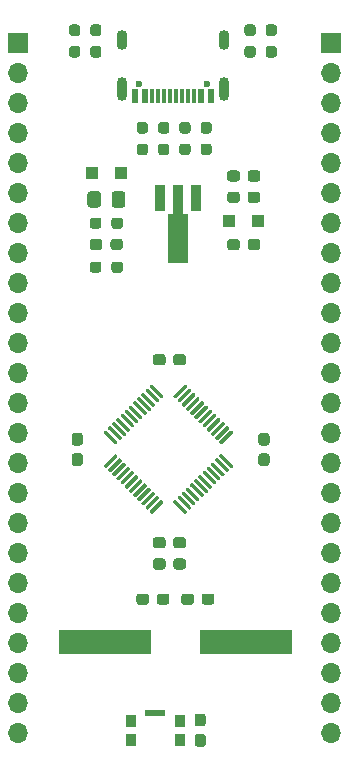
<source format=gts>
G04 #@! TF.GenerationSoftware,KiCad,Pcbnew,5.1.8+dfsg1-1~bpo10+1*
G04 #@! TF.CreationDate,2020-12-07T14:22:28+08:00*
G04 #@! TF.ProjectId,stm32-io-extend,73746d33-322d-4696-9f2d-657874656e64,rev?*
G04 #@! TF.SameCoordinates,PX7d21b10PY76ffde0*
G04 #@! TF.FileFunction,Soldermask,Top*
G04 #@! TF.FilePolarity,Negative*
%FSLAX46Y46*%
G04 Gerber Fmt 4.6, Leading zero omitted, Abs format (unit mm)*
G04 Created by KiCad (PCBNEW 5.1.8+dfsg1-1~bpo10+1) date 2020-12-07 14:22:28*
%MOMM*%
%LPD*%
G01*
G04 APERTURE LIST*
%ADD10C,0.100000*%
%ADD11R,0.900000X2.300000*%
%ADD12R,1.000000X1.000000*%
%ADD13R,7.875000X2.000000*%
%ADD14R,1.700000X0.550000*%
%ADD15R,0.900000X1.000000*%
%ADD16O,1.700000X1.700000*%
%ADD17R,1.700000X1.700000*%
%ADD18R,0.600000X1.160000*%
%ADD19C,0.600000*%
%ADD20R,0.300000X1.160000*%
%ADD21O,0.900000X1.700000*%
%ADD22O,0.900000X2.000000*%
G04 APERTURE END LIST*
D10*
G04 #@! TO.C,U1*
G36*
X14833500Y42100000D02*
G01*
X14833500Y46225000D01*
X15250000Y46225000D01*
X15250000Y48700000D01*
X16150000Y48700000D01*
X16150000Y46225000D01*
X16566500Y46225000D01*
X16566500Y42100000D01*
X14833500Y42100000D01*
G37*
D11*
X14200000Y47550000D03*
X17200000Y47550000D03*
G04 #@! TD*
D12*
G04 #@! TO.C,D3*
X20030000Y45610000D03*
X22530000Y45610000D03*
G04 #@! TD*
G04 #@! TO.C,D1*
X10900000Y49650000D03*
X8400000Y49650000D03*
G04 #@! TD*
D13*
G04 #@! TO.C,Y1*
X9562500Y9950000D03*
X21437500Y9950000D03*
G04 #@! TD*
G04 #@! TO.C,U2*
G36*
G01*
X14475736Y21774516D02*
X13538820Y20837600D01*
G75*
G02*
X13432754Y20837600I-53033J53033D01*
G01*
X13326688Y20943666D01*
G75*
G02*
X13326688Y21049732I53033J53033D01*
G01*
X14263604Y21986648D01*
G75*
G02*
X14369670Y21986648I53033J-53033D01*
G01*
X14475736Y21880582D01*
G75*
G02*
X14475736Y21774516I-53033J-53033D01*
G01*
G37*
G36*
G01*
X14122182Y22128070D02*
X13185266Y21191154D01*
G75*
G02*
X13079200Y21191154I-53033J53033D01*
G01*
X12973134Y21297220D01*
G75*
G02*
X12973134Y21403286I53033J53033D01*
G01*
X13910050Y22340202D01*
G75*
G02*
X14016116Y22340202I53033J-53033D01*
G01*
X14122182Y22234136D01*
G75*
G02*
X14122182Y22128070I-53033J-53033D01*
G01*
G37*
G36*
G01*
X13768629Y22481623D02*
X12831713Y21544707D01*
G75*
G02*
X12725647Y21544707I-53033J53033D01*
G01*
X12619581Y21650773D01*
G75*
G02*
X12619581Y21756839I53033J53033D01*
G01*
X13556497Y22693755D01*
G75*
G02*
X13662563Y22693755I53033J-53033D01*
G01*
X13768629Y22587689D01*
G75*
G02*
X13768629Y22481623I-53033J-53033D01*
G01*
G37*
G36*
G01*
X13415075Y22835177D02*
X12478159Y21898261D01*
G75*
G02*
X12372093Y21898261I-53033J53033D01*
G01*
X12266027Y22004327D01*
G75*
G02*
X12266027Y22110393I53033J53033D01*
G01*
X13202943Y23047309D01*
G75*
G02*
X13309009Y23047309I53033J-53033D01*
G01*
X13415075Y22941243D01*
G75*
G02*
X13415075Y22835177I-53033J-53033D01*
G01*
G37*
G36*
G01*
X13061522Y23188730D02*
X12124606Y22251814D01*
G75*
G02*
X12018540Y22251814I-53033J53033D01*
G01*
X11912474Y22357880D01*
G75*
G02*
X11912474Y22463946I53033J53033D01*
G01*
X12849390Y23400862D01*
G75*
G02*
X12955456Y23400862I53033J-53033D01*
G01*
X13061522Y23294796D01*
G75*
G02*
X13061522Y23188730I-53033J-53033D01*
G01*
G37*
G36*
G01*
X12707969Y23542283D02*
X11771053Y22605367D01*
G75*
G02*
X11664987Y22605367I-53033J53033D01*
G01*
X11558921Y22711433D01*
G75*
G02*
X11558921Y22817499I53033J53033D01*
G01*
X12495837Y23754415D01*
G75*
G02*
X12601903Y23754415I53033J-53033D01*
G01*
X12707969Y23648349D01*
G75*
G02*
X12707969Y23542283I-53033J-53033D01*
G01*
G37*
G36*
G01*
X12354415Y23895837D02*
X11417499Y22958921D01*
G75*
G02*
X11311433Y22958921I-53033J53033D01*
G01*
X11205367Y23064987D01*
G75*
G02*
X11205367Y23171053I53033J53033D01*
G01*
X12142283Y24107969D01*
G75*
G02*
X12248349Y24107969I53033J-53033D01*
G01*
X12354415Y24001903D01*
G75*
G02*
X12354415Y23895837I-53033J-53033D01*
G01*
G37*
G36*
G01*
X12000862Y24249390D02*
X11063946Y23312474D01*
G75*
G02*
X10957880Y23312474I-53033J53033D01*
G01*
X10851814Y23418540D01*
G75*
G02*
X10851814Y23524606I53033J53033D01*
G01*
X11788730Y24461522D01*
G75*
G02*
X11894796Y24461522I53033J-53033D01*
G01*
X12000862Y24355456D01*
G75*
G02*
X12000862Y24249390I-53033J-53033D01*
G01*
G37*
G36*
G01*
X11647309Y24602943D02*
X10710393Y23666027D01*
G75*
G02*
X10604327Y23666027I-53033J53033D01*
G01*
X10498261Y23772093D01*
G75*
G02*
X10498261Y23878159I53033J53033D01*
G01*
X11435177Y24815075D01*
G75*
G02*
X11541243Y24815075I53033J-53033D01*
G01*
X11647309Y24709009D01*
G75*
G02*
X11647309Y24602943I-53033J-53033D01*
G01*
G37*
G36*
G01*
X11293755Y24956497D02*
X10356839Y24019581D01*
G75*
G02*
X10250773Y24019581I-53033J53033D01*
G01*
X10144707Y24125647D01*
G75*
G02*
X10144707Y24231713I53033J53033D01*
G01*
X11081623Y25168629D01*
G75*
G02*
X11187689Y25168629I53033J-53033D01*
G01*
X11293755Y25062563D01*
G75*
G02*
X11293755Y24956497I-53033J-53033D01*
G01*
G37*
G36*
G01*
X10940202Y25310050D02*
X10003286Y24373134D01*
G75*
G02*
X9897220Y24373134I-53033J53033D01*
G01*
X9791154Y24479200D01*
G75*
G02*
X9791154Y24585266I53033J53033D01*
G01*
X10728070Y25522182D01*
G75*
G02*
X10834136Y25522182I53033J-53033D01*
G01*
X10940202Y25416116D01*
G75*
G02*
X10940202Y25310050I-53033J-53033D01*
G01*
G37*
G36*
G01*
X10586648Y25663604D02*
X9649732Y24726688D01*
G75*
G02*
X9543666Y24726688I-53033J53033D01*
G01*
X9437600Y24832754D01*
G75*
G02*
X9437600Y24938820I53033J53033D01*
G01*
X10374516Y25875736D01*
G75*
G02*
X10480582Y25875736I53033J-53033D01*
G01*
X10586648Y25769670D01*
G75*
G02*
X10586648Y25663604I-53033J-53033D01*
G01*
G37*
G36*
G01*
X10586648Y26830330D02*
X10480582Y26724264D01*
G75*
G02*
X10374516Y26724264I-53033J53033D01*
G01*
X9437600Y27661180D01*
G75*
G02*
X9437600Y27767246I53033J53033D01*
G01*
X9543666Y27873312D01*
G75*
G02*
X9649732Y27873312I53033J-53033D01*
G01*
X10586648Y26936396D01*
G75*
G02*
X10586648Y26830330I-53033J-53033D01*
G01*
G37*
G36*
G01*
X10940202Y27183884D02*
X10834136Y27077818D01*
G75*
G02*
X10728070Y27077818I-53033J53033D01*
G01*
X9791154Y28014734D01*
G75*
G02*
X9791154Y28120800I53033J53033D01*
G01*
X9897220Y28226866D01*
G75*
G02*
X10003286Y28226866I53033J-53033D01*
G01*
X10940202Y27289950D01*
G75*
G02*
X10940202Y27183884I-53033J-53033D01*
G01*
G37*
G36*
G01*
X11293755Y27537437D02*
X11187689Y27431371D01*
G75*
G02*
X11081623Y27431371I-53033J53033D01*
G01*
X10144707Y28368287D01*
G75*
G02*
X10144707Y28474353I53033J53033D01*
G01*
X10250773Y28580419D01*
G75*
G02*
X10356839Y28580419I53033J-53033D01*
G01*
X11293755Y27643503D01*
G75*
G02*
X11293755Y27537437I-53033J-53033D01*
G01*
G37*
G36*
G01*
X11647309Y27890991D02*
X11541243Y27784925D01*
G75*
G02*
X11435177Y27784925I-53033J53033D01*
G01*
X10498261Y28721841D01*
G75*
G02*
X10498261Y28827907I53033J53033D01*
G01*
X10604327Y28933973D01*
G75*
G02*
X10710393Y28933973I53033J-53033D01*
G01*
X11647309Y27997057D01*
G75*
G02*
X11647309Y27890991I-53033J-53033D01*
G01*
G37*
G36*
G01*
X12000862Y28244544D02*
X11894796Y28138478D01*
G75*
G02*
X11788730Y28138478I-53033J53033D01*
G01*
X10851814Y29075394D01*
G75*
G02*
X10851814Y29181460I53033J53033D01*
G01*
X10957880Y29287526D01*
G75*
G02*
X11063946Y29287526I53033J-53033D01*
G01*
X12000862Y28350610D01*
G75*
G02*
X12000862Y28244544I-53033J-53033D01*
G01*
G37*
G36*
G01*
X12354415Y28598097D02*
X12248349Y28492031D01*
G75*
G02*
X12142283Y28492031I-53033J53033D01*
G01*
X11205367Y29428947D01*
G75*
G02*
X11205367Y29535013I53033J53033D01*
G01*
X11311433Y29641079D01*
G75*
G02*
X11417499Y29641079I53033J-53033D01*
G01*
X12354415Y28704163D01*
G75*
G02*
X12354415Y28598097I-53033J-53033D01*
G01*
G37*
G36*
G01*
X12707969Y28951651D02*
X12601903Y28845585D01*
G75*
G02*
X12495837Y28845585I-53033J53033D01*
G01*
X11558921Y29782501D01*
G75*
G02*
X11558921Y29888567I53033J53033D01*
G01*
X11664987Y29994633D01*
G75*
G02*
X11771053Y29994633I53033J-53033D01*
G01*
X12707969Y29057717D01*
G75*
G02*
X12707969Y28951651I-53033J-53033D01*
G01*
G37*
G36*
G01*
X13061522Y29305204D02*
X12955456Y29199138D01*
G75*
G02*
X12849390Y29199138I-53033J53033D01*
G01*
X11912474Y30136054D01*
G75*
G02*
X11912474Y30242120I53033J53033D01*
G01*
X12018540Y30348186D01*
G75*
G02*
X12124606Y30348186I53033J-53033D01*
G01*
X13061522Y29411270D01*
G75*
G02*
X13061522Y29305204I-53033J-53033D01*
G01*
G37*
G36*
G01*
X13415075Y29658757D02*
X13309009Y29552691D01*
G75*
G02*
X13202943Y29552691I-53033J53033D01*
G01*
X12266027Y30489607D01*
G75*
G02*
X12266027Y30595673I53033J53033D01*
G01*
X12372093Y30701739D01*
G75*
G02*
X12478159Y30701739I53033J-53033D01*
G01*
X13415075Y29764823D01*
G75*
G02*
X13415075Y29658757I-53033J-53033D01*
G01*
G37*
G36*
G01*
X13768629Y30012311D02*
X13662563Y29906245D01*
G75*
G02*
X13556497Y29906245I-53033J53033D01*
G01*
X12619581Y30843161D01*
G75*
G02*
X12619581Y30949227I53033J53033D01*
G01*
X12725647Y31055293D01*
G75*
G02*
X12831713Y31055293I53033J-53033D01*
G01*
X13768629Y30118377D01*
G75*
G02*
X13768629Y30012311I-53033J-53033D01*
G01*
G37*
G36*
G01*
X14122182Y30365864D02*
X14016116Y30259798D01*
G75*
G02*
X13910050Y30259798I-53033J53033D01*
G01*
X12973134Y31196714D01*
G75*
G02*
X12973134Y31302780I53033J53033D01*
G01*
X13079200Y31408846D01*
G75*
G02*
X13185266Y31408846I53033J-53033D01*
G01*
X14122182Y30471930D01*
G75*
G02*
X14122182Y30365864I-53033J-53033D01*
G01*
G37*
G36*
G01*
X14475736Y30719418D02*
X14369670Y30613352D01*
G75*
G02*
X14263604Y30613352I-53033J53033D01*
G01*
X13326688Y31550268D01*
G75*
G02*
X13326688Y31656334I53033J53033D01*
G01*
X13432754Y31762400D01*
G75*
G02*
X13538820Y31762400I53033J-53033D01*
G01*
X14475736Y30825484D01*
G75*
G02*
X14475736Y30719418I-53033J-53033D01*
G01*
G37*
G36*
G01*
X16473312Y31550268D02*
X15536396Y30613352D01*
G75*
G02*
X15430330Y30613352I-53033J53033D01*
G01*
X15324264Y30719418D01*
G75*
G02*
X15324264Y30825484I53033J53033D01*
G01*
X16261180Y31762400D01*
G75*
G02*
X16367246Y31762400I53033J-53033D01*
G01*
X16473312Y31656334D01*
G75*
G02*
X16473312Y31550268I-53033J-53033D01*
G01*
G37*
G36*
G01*
X16826866Y31196714D02*
X15889950Y30259798D01*
G75*
G02*
X15783884Y30259798I-53033J53033D01*
G01*
X15677818Y30365864D01*
G75*
G02*
X15677818Y30471930I53033J53033D01*
G01*
X16614734Y31408846D01*
G75*
G02*
X16720800Y31408846I53033J-53033D01*
G01*
X16826866Y31302780D01*
G75*
G02*
X16826866Y31196714I-53033J-53033D01*
G01*
G37*
G36*
G01*
X17180419Y30843161D02*
X16243503Y29906245D01*
G75*
G02*
X16137437Y29906245I-53033J53033D01*
G01*
X16031371Y30012311D01*
G75*
G02*
X16031371Y30118377I53033J53033D01*
G01*
X16968287Y31055293D01*
G75*
G02*
X17074353Y31055293I53033J-53033D01*
G01*
X17180419Y30949227D01*
G75*
G02*
X17180419Y30843161I-53033J-53033D01*
G01*
G37*
G36*
G01*
X17533973Y30489607D02*
X16597057Y29552691D01*
G75*
G02*
X16490991Y29552691I-53033J53033D01*
G01*
X16384925Y29658757D01*
G75*
G02*
X16384925Y29764823I53033J53033D01*
G01*
X17321841Y30701739D01*
G75*
G02*
X17427907Y30701739I53033J-53033D01*
G01*
X17533973Y30595673D01*
G75*
G02*
X17533973Y30489607I-53033J-53033D01*
G01*
G37*
G36*
G01*
X17887526Y30136054D02*
X16950610Y29199138D01*
G75*
G02*
X16844544Y29199138I-53033J53033D01*
G01*
X16738478Y29305204D01*
G75*
G02*
X16738478Y29411270I53033J53033D01*
G01*
X17675394Y30348186D01*
G75*
G02*
X17781460Y30348186I53033J-53033D01*
G01*
X17887526Y30242120D01*
G75*
G02*
X17887526Y30136054I-53033J-53033D01*
G01*
G37*
G36*
G01*
X18241079Y29782501D02*
X17304163Y28845585D01*
G75*
G02*
X17198097Y28845585I-53033J53033D01*
G01*
X17092031Y28951651D01*
G75*
G02*
X17092031Y29057717I53033J53033D01*
G01*
X18028947Y29994633D01*
G75*
G02*
X18135013Y29994633I53033J-53033D01*
G01*
X18241079Y29888567D01*
G75*
G02*
X18241079Y29782501I-53033J-53033D01*
G01*
G37*
G36*
G01*
X18594633Y29428947D02*
X17657717Y28492031D01*
G75*
G02*
X17551651Y28492031I-53033J53033D01*
G01*
X17445585Y28598097D01*
G75*
G02*
X17445585Y28704163I53033J53033D01*
G01*
X18382501Y29641079D01*
G75*
G02*
X18488567Y29641079I53033J-53033D01*
G01*
X18594633Y29535013D01*
G75*
G02*
X18594633Y29428947I-53033J-53033D01*
G01*
G37*
G36*
G01*
X18948186Y29075394D02*
X18011270Y28138478D01*
G75*
G02*
X17905204Y28138478I-53033J53033D01*
G01*
X17799138Y28244544D01*
G75*
G02*
X17799138Y28350610I53033J53033D01*
G01*
X18736054Y29287526D01*
G75*
G02*
X18842120Y29287526I53033J-53033D01*
G01*
X18948186Y29181460D01*
G75*
G02*
X18948186Y29075394I-53033J-53033D01*
G01*
G37*
G36*
G01*
X19301739Y28721841D02*
X18364823Y27784925D01*
G75*
G02*
X18258757Y27784925I-53033J53033D01*
G01*
X18152691Y27890991D01*
G75*
G02*
X18152691Y27997057I53033J53033D01*
G01*
X19089607Y28933973D01*
G75*
G02*
X19195673Y28933973I53033J-53033D01*
G01*
X19301739Y28827907D01*
G75*
G02*
X19301739Y28721841I-53033J-53033D01*
G01*
G37*
G36*
G01*
X19655293Y28368287D02*
X18718377Y27431371D01*
G75*
G02*
X18612311Y27431371I-53033J53033D01*
G01*
X18506245Y27537437D01*
G75*
G02*
X18506245Y27643503I53033J53033D01*
G01*
X19443161Y28580419D01*
G75*
G02*
X19549227Y28580419I53033J-53033D01*
G01*
X19655293Y28474353D01*
G75*
G02*
X19655293Y28368287I-53033J-53033D01*
G01*
G37*
G36*
G01*
X20008846Y28014734D02*
X19071930Y27077818D01*
G75*
G02*
X18965864Y27077818I-53033J53033D01*
G01*
X18859798Y27183884D01*
G75*
G02*
X18859798Y27289950I53033J53033D01*
G01*
X19796714Y28226866D01*
G75*
G02*
X19902780Y28226866I53033J-53033D01*
G01*
X20008846Y28120800D01*
G75*
G02*
X20008846Y28014734I-53033J-53033D01*
G01*
G37*
G36*
G01*
X20362400Y27661180D02*
X19425484Y26724264D01*
G75*
G02*
X19319418Y26724264I-53033J53033D01*
G01*
X19213352Y26830330D01*
G75*
G02*
X19213352Y26936396I53033J53033D01*
G01*
X20150268Y27873312D01*
G75*
G02*
X20256334Y27873312I53033J-53033D01*
G01*
X20362400Y27767246D01*
G75*
G02*
X20362400Y27661180I-53033J-53033D01*
G01*
G37*
G36*
G01*
X20362400Y24832754D02*
X20256334Y24726688D01*
G75*
G02*
X20150268Y24726688I-53033J53033D01*
G01*
X19213352Y25663604D01*
G75*
G02*
X19213352Y25769670I53033J53033D01*
G01*
X19319418Y25875736D01*
G75*
G02*
X19425484Y25875736I53033J-53033D01*
G01*
X20362400Y24938820D01*
G75*
G02*
X20362400Y24832754I-53033J-53033D01*
G01*
G37*
G36*
G01*
X20008846Y24479200D02*
X19902780Y24373134D01*
G75*
G02*
X19796714Y24373134I-53033J53033D01*
G01*
X18859798Y25310050D01*
G75*
G02*
X18859798Y25416116I53033J53033D01*
G01*
X18965864Y25522182D01*
G75*
G02*
X19071930Y25522182I53033J-53033D01*
G01*
X20008846Y24585266D01*
G75*
G02*
X20008846Y24479200I-53033J-53033D01*
G01*
G37*
G36*
G01*
X19655293Y24125647D02*
X19549227Y24019581D01*
G75*
G02*
X19443161Y24019581I-53033J53033D01*
G01*
X18506245Y24956497D01*
G75*
G02*
X18506245Y25062563I53033J53033D01*
G01*
X18612311Y25168629D01*
G75*
G02*
X18718377Y25168629I53033J-53033D01*
G01*
X19655293Y24231713D01*
G75*
G02*
X19655293Y24125647I-53033J-53033D01*
G01*
G37*
G36*
G01*
X19301739Y23772093D02*
X19195673Y23666027D01*
G75*
G02*
X19089607Y23666027I-53033J53033D01*
G01*
X18152691Y24602943D01*
G75*
G02*
X18152691Y24709009I53033J53033D01*
G01*
X18258757Y24815075D01*
G75*
G02*
X18364823Y24815075I53033J-53033D01*
G01*
X19301739Y23878159D01*
G75*
G02*
X19301739Y23772093I-53033J-53033D01*
G01*
G37*
G36*
G01*
X18948186Y23418540D02*
X18842120Y23312474D01*
G75*
G02*
X18736054Y23312474I-53033J53033D01*
G01*
X17799138Y24249390D01*
G75*
G02*
X17799138Y24355456I53033J53033D01*
G01*
X17905204Y24461522D01*
G75*
G02*
X18011270Y24461522I53033J-53033D01*
G01*
X18948186Y23524606D01*
G75*
G02*
X18948186Y23418540I-53033J-53033D01*
G01*
G37*
G36*
G01*
X18594633Y23064987D02*
X18488567Y22958921D01*
G75*
G02*
X18382501Y22958921I-53033J53033D01*
G01*
X17445585Y23895837D01*
G75*
G02*
X17445585Y24001903I53033J53033D01*
G01*
X17551651Y24107969D01*
G75*
G02*
X17657717Y24107969I53033J-53033D01*
G01*
X18594633Y23171053D01*
G75*
G02*
X18594633Y23064987I-53033J-53033D01*
G01*
G37*
G36*
G01*
X18241079Y22711433D02*
X18135013Y22605367D01*
G75*
G02*
X18028947Y22605367I-53033J53033D01*
G01*
X17092031Y23542283D01*
G75*
G02*
X17092031Y23648349I53033J53033D01*
G01*
X17198097Y23754415D01*
G75*
G02*
X17304163Y23754415I53033J-53033D01*
G01*
X18241079Y22817499D01*
G75*
G02*
X18241079Y22711433I-53033J-53033D01*
G01*
G37*
G36*
G01*
X17887526Y22357880D02*
X17781460Y22251814D01*
G75*
G02*
X17675394Y22251814I-53033J53033D01*
G01*
X16738478Y23188730D01*
G75*
G02*
X16738478Y23294796I53033J53033D01*
G01*
X16844544Y23400862D01*
G75*
G02*
X16950610Y23400862I53033J-53033D01*
G01*
X17887526Y22463946D01*
G75*
G02*
X17887526Y22357880I-53033J-53033D01*
G01*
G37*
G36*
G01*
X17533973Y22004327D02*
X17427907Y21898261D01*
G75*
G02*
X17321841Y21898261I-53033J53033D01*
G01*
X16384925Y22835177D01*
G75*
G02*
X16384925Y22941243I53033J53033D01*
G01*
X16490991Y23047309D01*
G75*
G02*
X16597057Y23047309I53033J-53033D01*
G01*
X17533973Y22110393D01*
G75*
G02*
X17533973Y22004327I-53033J-53033D01*
G01*
G37*
G36*
G01*
X17180419Y21650773D02*
X17074353Y21544707D01*
G75*
G02*
X16968287Y21544707I-53033J53033D01*
G01*
X16031371Y22481623D01*
G75*
G02*
X16031371Y22587689I53033J53033D01*
G01*
X16137437Y22693755D01*
G75*
G02*
X16243503Y22693755I53033J-53033D01*
G01*
X17180419Y21756839D01*
G75*
G02*
X17180419Y21650773I-53033J-53033D01*
G01*
G37*
G36*
G01*
X16826866Y21297220D02*
X16720800Y21191154D01*
G75*
G02*
X16614734Y21191154I-53033J53033D01*
G01*
X15677818Y22128070D01*
G75*
G02*
X15677818Y22234136I53033J53033D01*
G01*
X15783884Y22340202D01*
G75*
G02*
X15889950Y22340202I53033J-53033D01*
G01*
X16826866Y21403286D01*
G75*
G02*
X16826866Y21297220I-53033J-53033D01*
G01*
G37*
G36*
G01*
X16473312Y20943666D02*
X16367246Y20837600D01*
G75*
G02*
X16261180Y20837600I-53033J53033D01*
G01*
X15324264Y21774516D01*
G75*
G02*
X15324264Y21880582I53033J53033D01*
G01*
X15430330Y21986648D01*
G75*
G02*
X15536396Y21986648I53033J-53033D01*
G01*
X16473312Y21049732D01*
G75*
G02*
X16473312Y20943666I-53033J-53033D01*
G01*
G37*
G04 #@! TD*
D14*
G04 #@! TO.C,SW1*
X13800000Y3925000D03*
D15*
X11750000Y3300000D03*
X11750000Y1700000D03*
X15850000Y3300000D03*
X15850000Y1700000D03*
G04 #@! TD*
G04 #@! TO.C,R10*
G36*
G01*
X10075000Y41472500D02*
X10075000Y41947500D01*
G75*
G02*
X10312500Y42185000I237500J0D01*
G01*
X10812500Y42185000D01*
G75*
G02*
X11050000Y41947500I0J-237500D01*
G01*
X11050000Y41472500D01*
G75*
G02*
X10812500Y41235000I-237500J0D01*
G01*
X10312500Y41235000D01*
G75*
G02*
X10075000Y41472500I0J237500D01*
G01*
G37*
G36*
G01*
X8250000Y41472500D02*
X8250000Y41947500D01*
G75*
G02*
X8487500Y42185000I237500J0D01*
G01*
X8987500Y42185000D01*
G75*
G02*
X9225000Y41947500I0J-237500D01*
G01*
X9225000Y41472500D01*
G75*
G02*
X8987500Y41235000I-237500J0D01*
G01*
X8487500Y41235000D01*
G75*
G02*
X8250000Y41472500I0J237500D01*
G01*
G37*
G04 #@! TD*
G04 #@! TO.C,R9*
G36*
G01*
X21582500Y60435000D02*
X22057500Y60435000D01*
G75*
G02*
X22295000Y60197500I0J-237500D01*
G01*
X22295000Y59697500D01*
G75*
G02*
X22057500Y59460000I-237500J0D01*
G01*
X21582500Y59460000D01*
G75*
G02*
X21345000Y59697500I0J237500D01*
G01*
X21345000Y60197500D01*
G75*
G02*
X21582500Y60435000I237500J0D01*
G01*
G37*
G36*
G01*
X21582500Y62260000D02*
X22057500Y62260000D01*
G75*
G02*
X22295000Y62022500I0J-237500D01*
G01*
X22295000Y61522500D01*
G75*
G02*
X22057500Y61285000I-237500J0D01*
G01*
X21582500Y61285000D01*
G75*
G02*
X21345000Y61522500I0J237500D01*
G01*
X21345000Y62022500D01*
G75*
G02*
X21582500Y62260000I237500J0D01*
G01*
G37*
G04 #@! TD*
G04 #@! TO.C,R8*
G36*
G01*
X23382500Y60435000D02*
X23857500Y60435000D01*
G75*
G02*
X24095000Y60197500I0J-237500D01*
G01*
X24095000Y59697500D01*
G75*
G02*
X23857500Y59460000I-237500J0D01*
G01*
X23382500Y59460000D01*
G75*
G02*
X23145000Y59697500I0J237500D01*
G01*
X23145000Y60197500D01*
G75*
G02*
X23382500Y60435000I237500J0D01*
G01*
G37*
G36*
G01*
X23382500Y62260000D02*
X23857500Y62260000D01*
G75*
G02*
X24095000Y62022500I0J-237500D01*
G01*
X24095000Y61522500D01*
G75*
G02*
X23857500Y61285000I-237500J0D01*
G01*
X23382500Y61285000D01*
G75*
G02*
X23145000Y61522500I0J237500D01*
G01*
X23145000Y62022500D01*
G75*
G02*
X23382500Y62260000I237500J0D01*
G01*
G37*
G04 #@! TD*
G04 #@! TO.C,R7*
G36*
G01*
X8997500Y61285000D02*
X8522500Y61285000D01*
G75*
G02*
X8285000Y61522500I0J237500D01*
G01*
X8285000Y62022500D01*
G75*
G02*
X8522500Y62260000I237500J0D01*
G01*
X8997500Y62260000D01*
G75*
G02*
X9235000Y62022500I0J-237500D01*
G01*
X9235000Y61522500D01*
G75*
G02*
X8997500Y61285000I-237500J0D01*
G01*
G37*
G36*
G01*
X8997500Y59460000D02*
X8522500Y59460000D01*
G75*
G02*
X8285000Y59697500I0J237500D01*
G01*
X8285000Y60197500D01*
G75*
G02*
X8522500Y60435000I237500J0D01*
G01*
X8997500Y60435000D01*
G75*
G02*
X9235000Y60197500I0J-237500D01*
G01*
X9235000Y59697500D01*
G75*
G02*
X8997500Y59460000I-237500J0D01*
G01*
G37*
G04 #@! TD*
G04 #@! TO.C,R6*
G36*
G01*
X6722500Y60435000D02*
X7197500Y60435000D01*
G75*
G02*
X7435000Y60197500I0J-237500D01*
G01*
X7435000Y59697500D01*
G75*
G02*
X7197500Y59460000I-237500J0D01*
G01*
X6722500Y59460000D01*
G75*
G02*
X6485000Y59697500I0J237500D01*
G01*
X6485000Y60197500D01*
G75*
G02*
X6722500Y60435000I237500J0D01*
G01*
G37*
G36*
G01*
X6722500Y62260000D02*
X7197500Y62260000D01*
G75*
G02*
X7435000Y62022500I0J-237500D01*
G01*
X7435000Y61522500D01*
G75*
G02*
X7197500Y61285000I-237500J0D01*
G01*
X6722500Y61285000D01*
G75*
G02*
X6485000Y61522500I0J237500D01*
G01*
X6485000Y62022500D01*
G75*
G02*
X6722500Y62260000I237500J0D01*
G01*
G37*
G04 #@! TD*
G04 #@! TO.C,R5*
G36*
G01*
X9225000Y45667500D02*
X9225000Y45192500D01*
G75*
G02*
X8987500Y44955000I-237500J0D01*
G01*
X8487500Y44955000D01*
G75*
G02*
X8250000Y45192500I0J237500D01*
G01*
X8250000Y45667500D01*
G75*
G02*
X8487500Y45905000I237500J0D01*
G01*
X8987500Y45905000D01*
G75*
G02*
X9225000Y45667500I0J-237500D01*
G01*
G37*
G36*
G01*
X11050000Y45667500D02*
X11050000Y45192500D01*
G75*
G02*
X10812500Y44955000I-237500J0D01*
G01*
X10312500Y44955000D01*
G75*
G02*
X10075000Y45192500I0J237500D01*
G01*
X10075000Y45667500D01*
G75*
G02*
X10312500Y45905000I237500J0D01*
G01*
X10812500Y45905000D01*
G75*
G02*
X11050000Y45667500I0J-237500D01*
G01*
G37*
G04 #@! TD*
G04 #@! TO.C,R4*
G36*
G01*
X14737500Y53025000D02*
X14262500Y53025000D01*
G75*
G02*
X14025000Y53262500I0J237500D01*
G01*
X14025000Y53762500D01*
G75*
G02*
X14262500Y54000000I237500J0D01*
G01*
X14737500Y54000000D01*
G75*
G02*
X14975000Y53762500I0J-237500D01*
G01*
X14975000Y53262500D01*
G75*
G02*
X14737500Y53025000I-237500J0D01*
G01*
G37*
G36*
G01*
X14737500Y51200000D02*
X14262500Y51200000D01*
G75*
G02*
X14025000Y51437500I0J237500D01*
G01*
X14025000Y51937500D01*
G75*
G02*
X14262500Y52175000I237500J0D01*
G01*
X14737500Y52175000D01*
G75*
G02*
X14975000Y51937500I0J-237500D01*
G01*
X14975000Y51437500D01*
G75*
G02*
X14737500Y51200000I-237500J0D01*
G01*
G37*
G04 #@! TD*
G04 #@! TO.C,R3*
G36*
G01*
X16537500Y53025000D02*
X16062500Y53025000D01*
G75*
G02*
X15825000Y53262500I0J237500D01*
G01*
X15825000Y53762500D01*
G75*
G02*
X16062500Y54000000I237500J0D01*
G01*
X16537500Y54000000D01*
G75*
G02*
X16775000Y53762500I0J-237500D01*
G01*
X16775000Y53262500D01*
G75*
G02*
X16537500Y53025000I-237500J0D01*
G01*
G37*
G36*
G01*
X16537500Y51200000D02*
X16062500Y51200000D01*
G75*
G02*
X15825000Y51437500I0J237500D01*
G01*
X15825000Y51937500D01*
G75*
G02*
X16062500Y52175000I237500J0D01*
G01*
X16537500Y52175000D01*
G75*
G02*
X16775000Y51937500I0J-237500D01*
G01*
X16775000Y51437500D01*
G75*
G02*
X16537500Y51200000I-237500J0D01*
G01*
G37*
G04 #@! TD*
G04 #@! TO.C,R2*
G36*
G01*
X12462500Y52175000D02*
X12937500Y52175000D01*
G75*
G02*
X13175000Y51937500I0J-237500D01*
G01*
X13175000Y51437500D01*
G75*
G02*
X12937500Y51200000I-237500J0D01*
G01*
X12462500Y51200000D01*
G75*
G02*
X12225000Y51437500I0J237500D01*
G01*
X12225000Y51937500D01*
G75*
G02*
X12462500Y52175000I237500J0D01*
G01*
G37*
G36*
G01*
X12462500Y54000000D02*
X12937500Y54000000D01*
G75*
G02*
X13175000Y53762500I0J-237500D01*
G01*
X13175000Y53262500D01*
G75*
G02*
X12937500Y53025000I-237500J0D01*
G01*
X12462500Y53025000D01*
G75*
G02*
X12225000Y53262500I0J237500D01*
G01*
X12225000Y53762500D01*
G75*
G02*
X12462500Y54000000I237500J0D01*
G01*
G37*
G04 #@! TD*
G04 #@! TO.C,R1*
G36*
G01*
X18337500Y53025000D02*
X17862500Y53025000D01*
G75*
G02*
X17625000Y53262500I0J237500D01*
G01*
X17625000Y53762500D01*
G75*
G02*
X17862500Y54000000I237500J0D01*
G01*
X18337500Y54000000D01*
G75*
G02*
X18575000Y53762500I0J-237500D01*
G01*
X18575000Y53262500D01*
G75*
G02*
X18337500Y53025000I-237500J0D01*
G01*
G37*
G36*
G01*
X18337500Y51200000D02*
X17862500Y51200000D01*
G75*
G02*
X17625000Y51437500I0J237500D01*
G01*
X17625000Y51937500D01*
G75*
G02*
X17862500Y52175000I237500J0D01*
G01*
X18337500Y52175000D01*
G75*
G02*
X18575000Y51937500I0J-237500D01*
G01*
X18575000Y51437500D01*
G75*
G02*
X18337500Y51200000I-237500J0D01*
G01*
G37*
G04 #@! TD*
D16*
G04 #@! TO.C,J3*
X28700000Y2280000D03*
X28700000Y4820000D03*
X28700000Y7360000D03*
X28700000Y9900000D03*
X28700000Y12440000D03*
X28700000Y14980000D03*
X28700000Y17520000D03*
X28700000Y20060000D03*
X28700000Y22600000D03*
X28700000Y25140000D03*
X28700000Y27680000D03*
X28700000Y30220000D03*
X28700000Y32760000D03*
X28700000Y35300000D03*
X28700000Y37840000D03*
X28700000Y40380000D03*
X28700000Y42920000D03*
X28700000Y45460000D03*
X28700000Y48000000D03*
X28700000Y50540000D03*
X28700000Y53080000D03*
X28700000Y55620000D03*
X28700000Y58160000D03*
D17*
X28700000Y60700000D03*
G04 #@! TD*
D16*
G04 #@! TO.C,J2*
X2200000Y2280000D03*
X2200000Y4820000D03*
X2200000Y7360000D03*
X2200000Y9900000D03*
X2200000Y12440000D03*
X2200000Y14980000D03*
X2200000Y17520000D03*
X2200000Y20060000D03*
X2200000Y22600000D03*
X2200000Y25140000D03*
X2200000Y27680000D03*
X2200000Y30220000D03*
X2200000Y32760000D03*
X2200000Y35300000D03*
X2200000Y37840000D03*
X2200000Y40380000D03*
X2200000Y42920000D03*
X2200000Y45460000D03*
X2200000Y48000000D03*
X2200000Y50540000D03*
X2200000Y53080000D03*
X2200000Y55620000D03*
X2200000Y58160000D03*
D17*
X2200000Y60700000D03*
G04 #@! TD*
D18*
G04 #@! TO.C,J1*
X12100000Y56190000D03*
X12900000Y56190000D03*
X12100000Y56190000D03*
X12900000Y56190000D03*
X18500000Y56190000D03*
X18500000Y56190000D03*
X17700000Y56190000D03*
X17700000Y56190000D03*
D19*
X18190000Y57250000D03*
X12410000Y57250000D03*
D20*
X13550000Y56190000D03*
X14550000Y56190000D03*
X14050000Y56190000D03*
X16550000Y56190000D03*
X17050000Y56190000D03*
X15050000Y56190000D03*
X15550000Y56190000D03*
X16050000Y56190000D03*
D21*
X10980000Y60940000D03*
X19620000Y60940000D03*
D22*
X10980000Y56770000D03*
X19620000Y56770000D03*
G04 #@! TD*
G04 #@! TO.C,F1*
G36*
G01*
X9200000Y47900001D02*
X9200000Y46999999D01*
G75*
G02*
X8950001Y46750000I-249999J0D01*
G01*
X8299999Y46750000D01*
G75*
G02*
X8050000Y46999999I0J249999D01*
G01*
X8050000Y47900001D01*
G75*
G02*
X8299999Y48150000I249999J0D01*
G01*
X8950001Y48150000D01*
G75*
G02*
X9200000Y47900001I0J-249999D01*
G01*
G37*
G36*
G01*
X11250000Y47900001D02*
X11250000Y46999999D01*
G75*
G02*
X11000001Y46750000I-249999J0D01*
G01*
X10349999Y46750000D01*
G75*
G02*
X10100000Y46999999I0J249999D01*
G01*
X10100000Y47900001D01*
G75*
G02*
X10349999Y48150000I249999J0D01*
G01*
X11000001Y48150000D01*
G75*
G02*
X11250000Y47900001I0J-249999D01*
G01*
G37*
G04 #@! TD*
G04 #@! TO.C,D2*
G36*
G01*
X9300000Y43877500D02*
X9300000Y43402500D01*
G75*
G02*
X9062500Y43165000I-237500J0D01*
G01*
X8487500Y43165000D01*
G75*
G02*
X8250000Y43402500I0J237500D01*
G01*
X8250000Y43877500D01*
G75*
G02*
X8487500Y44115000I237500J0D01*
G01*
X9062500Y44115000D01*
G75*
G02*
X9300000Y43877500I0J-237500D01*
G01*
G37*
G36*
G01*
X11050000Y43877500D02*
X11050000Y43402500D01*
G75*
G02*
X10812500Y43165000I-237500J0D01*
G01*
X10237500Y43165000D01*
G75*
G02*
X10000000Y43402500I0J237500D01*
G01*
X10000000Y43877500D01*
G75*
G02*
X10237500Y44115000I237500J0D01*
G01*
X10812500Y44115000D01*
G75*
G02*
X11050000Y43877500I0J-237500D01*
G01*
G37*
G04 #@! TD*
G04 #@! TO.C,C11*
G36*
G01*
X22752500Y25955000D02*
X23227500Y25955000D01*
G75*
G02*
X23465000Y25717500I0J-237500D01*
G01*
X23465000Y25117500D01*
G75*
G02*
X23227500Y24880000I-237500J0D01*
G01*
X22752500Y24880000D01*
G75*
G02*
X22515000Y25117500I0J237500D01*
G01*
X22515000Y25717500D01*
G75*
G02*
X22752500Y25955000I237500J0D01*
G01*
G37*
G36*
G01*
X22752500Y27680000D02*
X23227500Y27680000D01*
G75*
G02*
X23465000Y27442500I0J-237500D01*
G01*
X23465000Y26842500D01*
G75*
G02*
X23227500Y26605000I-237500J0D01*
G01*
X22752500Y26605000D01*
G75*
G02*
X22515000Y26842500I0J237500D01*
G01*
X22515000Y27442500D01*
G75*
G02*
X22752500Y27680000I237500J0D01*
G01*
G37*
G04 #@! TD*
G04 #@! TO.C,C10*
G36*
G01*
X7427500Y26605000D02*
X6952500Y26605000D01*
G75*
G02*
X6715000Y26842500I0J237500D01*
G01*
X6715000Y27442500D01*
G75*
G02*
X6952500Y27680000I237500J0D01*
G01*
X7427500Y27680000D01*
G75*
G02*
X7665000Y27442500I0J-237500D01*
G01*
X7665000Y26842500D01*
G75*
G02*
X7427500Y26605000I-237500J0D01*
G01*
G37*
G36*
G01*
X7427500Y24880000D02*
X6952500Y24880000D01*
G75*
G02*
X6715000Y25117500I0J237500D01*
G01*
X6715000Y25717500D01*
G75*
G02*
X6952500Y25955000I237500J0D01*
G01*
X7427500Y25955000D01*
G75*
G02*
X7665000Y25717500I0J-237500D01*
G01*
X7665000Y25117500D01*
G75*
G02*
X7427500Y24880000I-237500J0D01*
G01*
G37*
G04 #@! TD*
G04 #@! TO.C,C9*
G36*
G01*
X15315000Y33642500D02*
X15315000Y34117500D01*
G75*
G02*
X15552500Y34355000I237500J0D01*
G01*
X16152500Y34355000D01*
G75*
G02*
X16390000Y34117500I0J-237500D01*
G01*
X16390000Y33642500D01*
G75*
G02*
X16152500Y33405000I-237500J0D01*
G01*
X15552500Y33405000D01*
G75*
G02*
X15315000Y33642500I0J237500D01*
G01*
G37*
G36*
G01*
X13590000Y33642500D02*
X13590000Y34117500D01*
G75*
G02*
X13827500Y34355000I237500J0D01*
G01*
X14427500Y34355000D01*
G75*
G02*
X14665000Y34117500I0J-237500D01*
G01*
X14665000Y33642500D01*
G75*
G02*
X14427500Y33405000I-237500J0D01*
G01*
X13827500Y33405000D01*
G75*
G02*
X13590000Y33642500I0J237500D01*
G01*
G37*
G04 #@! TD*
G04 #@! TO.C,C8*
G36*
G01*
X14665000Y18617500D02*
X14665000Y18142500D01*
G75*
G02*
X14427500Y17905000I-237500J0D01*
G01*
X13827500Y17905000D01*
G75*
G02*
X13590000Y18142500I0J237500D01*
G01*
X13590000Y18617500D01*
G75*
G02*
X13827500Y18855000I237500J0D01*
G01*
X14427500Y18855000D01*
G75*
G02*
X14665000Y18617500I0J-237500D01*
G01*
G37*
G36*
G01*
X16390000Y18617500D02*
X16390000Y18142500D01*
G75*
G02*
X16152500Y17905000I-237500J0D01*
G01*
X15552500Y17905000D01*
G75*
G02*
X15315000Y18142500I0J237500D01*
G01*
X15315000Y18617500D01*
G75*
G02*
X15552500Y18855000I237500J0D01*
G01*
X16152500Y18855000D01*
G75*
G02*
X16390000Y18617500I0J-237500D01*
G01*
G37*
G04 #@! TD*
G04 #@! TO.C,C7*
G36*
G01*
X14665000Y16817500D02*
X14665000Y16342500D01*
G75*
G02*
X14427500Y16105000I-237500J0D01*
G01*
X13827500Y16105000D01*
G75*
G02*
X13590000Y16342500I0J237500D01*
G01*
X13590000Y16817500D01*
G75*
G02*
X13827500Y17055000I237500J0D01*
G01*
X14427500Y17055000D01*
G75*
G02*
X14665000Y16817500I0J-237500D01*
G01*
G37*
G36*
G01*
X16390000Y16817500D02*
X16390000Y16342500D01*
G75*
G02*
X16152500Y16105000I-237500J0D01*
G01*
X15552500Y16105000D01*
G75*
G02*
X15315000Y16342500I0J237500D01*
G01*
X15315000Y16817500D01*
G75*
G02*
X15552500Y17055000I237500J0D01*
G01*
X16152500Y17055000D01*
G75*
G02*
X16390000Y16817500I0J-237500D01*
G01*
G37*
G04 #@! TD*
G04 #@! TO.C,C6*
G36*
G01*
X13265000Y13837500D02*
X13265000Y13362500D01*
G75*
G02*
X13027500Y13125000I-237500J0D01*
G01*
X12427500Y13125000D01*
G75*
G02*
X12190000Y13362500I0J237500D01*
G01*
X12190000Y13837500D01*
G75*
G02*
X12427500Y14075000I237500J0D01*
G01*
X13027500Y14075000D01*
G75*
G02*
X13265000Y13837500I0J-237500D01*
G01*
G37*
G36*
G01*
X14990000Y13837500D02*
X14990000Y13362500D01*
G75*
G02*
X14752500Y13125000I-237500J0D01*
G01*
X14152500Y13125000D01*
G75*
G02*
X13915000Y13362500I0J237500D01*
G01*
X13915000Y13837500D01*
G75*
G02*
X14152500Y14075000I237500J0D01*
G01*
X14752500Y14075000D01*
G75*
G02*
X14990000Y13837500I0J-237500D01*
G01*
G37*
G04 #@! TD*
G04 #@! TO.C,C5*
G36*
G01*
X17715000Y13362500D02*
X17715000Y13837500D01*
G75*
G02*
X17952500Y14075000I237500J0D01*
G01*
X18552500Y14075000D01*
G75*
G02*
X18790000Y13837500I0J-237500D01*
G01*
X18790000Y13362500D01*
G75*
G02*
X18552500Y13125000I-237500J0D01*
G01*
X17952500Y13125000D01*
G75*
G02*
X17715000Y13362500I0J237500D01*
G01*
G37*
G36*
G01*
X15990000Y13362500D02*
X15990000Y13837500D01*
G75*
G02*
X16227500Y14075000I237500J0D01*
G01*
X16827500Y14075000D01*
G75*
G02*
X17065000Y13837500I0J-237500D01*
G01*
X17065000Y13362500D01*
G75*
G02*
X16827500Y13125000I-237500J0D01*
G01*
X16227500Y13125000D01*
G75*
G02*
X15990000Y13362500I0J237500D01*
G01*
G37*
G04 #@! TD*
G04 #@! TO.C,C4*
G36*
G01*
X17362500Y2187000D02*
X17837500Y2187000D01*
G75*
G02*
X18075000Y1949500I0J-237500D01*
G01*
X18075000Y1349500D01*
G75*
G02*
X17837500Y1112000I-237500J0D01*
G01*
X17362500Y1112000D01*
G75*
G02*
X17125000Y1349500I0J237500D01*
G01*
X17125000Y1949500D01*
G75*
G02*
X17362500Y2187000I237500J0D01*
G01*
G37*
G36*
G01*
X17362500Y3912000D02*
X17837500Y3912000D01*
G75*
G02*
X18075000Y3674500I0J-237500D01*
G01*
X18075000Y3074500D01*
G75*
G02*
X17837500Y2837000I-237500J0D01*
G01*
X17362500Y2837000D01*
G75*
G02*
X17125000Y3074500I0J237500D01*
G01*
X17125000Y3674500D01*
G75*
G02*
X17362500Y3912000I237500J0D01*
G01*
G37*
G04 #@! TD*
G04 #@! TO.C,C3*
G36*
G01*
X21605000Y49192500D02*
X21605000Y49667500D01*
G75*
G02*
X21842500Y49905000I237500J0D01*
G01*
X22442500Y49905000D01*
G75*
G02*
X22680000Y49667500I0J-237500D01*
G01*
X22680000Y49192500D01*
G75*
G02*
X22442500Y48955000I-237500J0D01*
G01*
X21842500Y48955000D01*
G75*
G02*
X21605000Y49192500I0J237500D01*
G01*
G37*
G36*
G01*
X19880000Y49192500D02*
X19880000Y49667500D01*
G75*
G02*
X20117500Y49905000I237500J0D01*
G01*
X20717500Y49905000D01*
G75*
G02*
X20955000Y49667500I0J-237500D01*
G01*
X20955000Y49192500D01*
G75*
G02*
X20717500Y48955000I-237500J0D01*
G01*
X20117500Y48955000D01*
G75*
G02*
X19880000Y49192500I0J237500D01*
G01*
G37*
G04 #@! TD*
G04 #@! TO.C,C2*
G36*
G01*
X21605000Y47392500D02*
X21605000Y47867500D01*
G75*
G02*
X21842500Y48105000I237500J0D01*
G01*
X22442500Y48105000D01*
G75*
G02*
X22680000Y47867500I0J-237500D01*
G01*
X22680000Y47392500D01*
G75*
G02*
X22442500Y47155000I-237500J0D01*
G01*
X21842500Y47155000D01*
G75*
G02*
X21605000Y47392500I0J237500D01*
G01*
G37*
G36*
G01*
X19880000Y47392500D02*
X19880000Y47867500D01*
G75*
G02*
X20117500Y48105000I237500J0D01*
G01*
X20717500Y48105000D01*
G75*
G02*
X20955000Y47867500I0J-237500D01*
G01*
X20955000Y47392500D01*
G75*
G02*
X20717500Y47155000I-237500J0D01*
G01*
X20117500Y47155000D01*
G75*
G02*
X19880000Y47392500I0J237500D01*
G01*
G37*
G04 #@! TD*
G04 #@! TO.C,C1*
G36*
G01*
X20955000Y43857500D02*
X20955000Y43382500D01*
G75*
G02*
X20717500Y43145000I-237500J0D01*
G01*
X20117500Y43145000D01*
G75*
G02*
X19880000Y43382500I0J237500D01*
G01*
X19880000Y43857500D01*
G75*
G02*
X20117500Y44095000I237500J0D01*
G01*
X20717500Y44095000D01*
G75*
G02*
X20955000Y43857500I0J-237500D01*
G01*
G37*
G36*
G01*
X22680000Y43857500D02*
X22680000Y43382500D01*
G75*
G02*
X22442500Y43145000I-237500J0D01*
G01*
X21842500Y43145000D01*
G75*
G02*
X21605000Y43382500I0J237500D01*
G01*
X21605000Y43857500D01*
G75*
G02*
X21842500Y44095000I237500J0D01*
G01*
X22442500Y44095000D01*
G75*
G02*
X22680000Y43857500I0J-237500D01*
G01*
G37*
G04 #@! TD*
M02*

</source>
